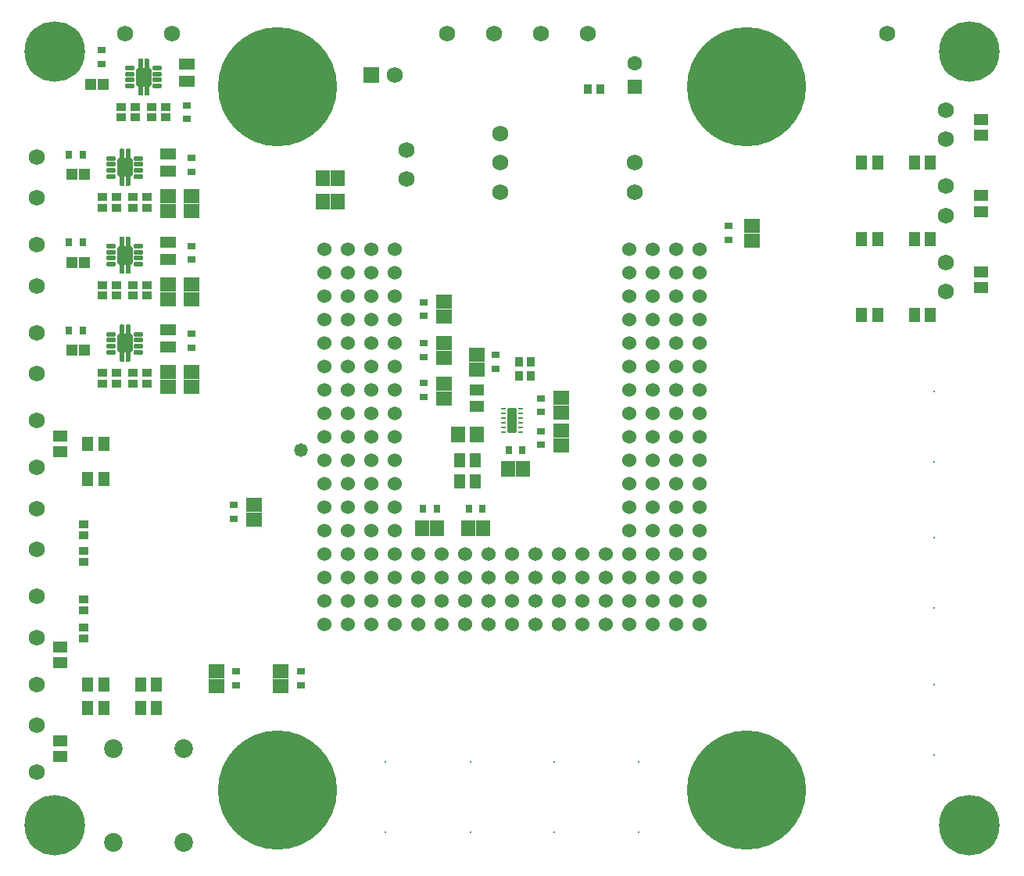
<source format=gbr>
%TF.GenerationSoftware,Altium Limited,Altium Designer,19.1.7 (138)*%
G04 Layer_Color=16711935*
%FSLAX26Y26*%
%MOIN*%
%TF.FileFunction,Soldermask,Bot*%
%TF.Part,Single*%
G01*
G75*
%TA.AperFunction,ComponentPad*%
%ADD20C,0.060000*%
%ADD21C,0.079559*%
%TA.AperFunction,ViaPad*%
%ADD28C,0.019685*%
%TA.AperFunction,SMDPad,CuDef*%
%ADD35R,0.035433X0.031496*%
%ADD36R,0.031496X0.035433*%
G04:AMPARAMS|DCode=37|XSize=39.37mil|YSize=104.331mil|CornerRadius=1.968mil|HoleSize=0mil|Usage=FLASHONLY|Rotation=180.000|XOffset=0mil|YOffset=0mil|HoleType=Round|Shape=RoundedRectangle|*
%AMROUNDEDRECTD37*
21,1,0.039370,0.100394,0,0,180.0*
21,1,0.035433,0.104331,0,0,180.0*
1,1,0.003937,-0.017717,0.050197*
1,1,0.003937,0.017717,0.050197*
1,1,0.003937,0.017717,-0.050197*
1,1,0.003937,-0.017717,-0.050197*
%
%ADD37ROUNDEDRECTD37*%
G04:AMPARAMS|DCode=38|XSize=19.685mil|YSize=9.842mil|CornerRadius=1.968mil|HoleSize=0mil|Usage=FLASHONLY|Rotation=180.000|XOffset=0mil|YOffset=0mil|HoleType=Round|Shape=RoundedRectangle|*
%AMROUNDEDRECTD38*
21,1,0.019685,0.005906,0,0,180.0*
21,1,0.015748,0.009842,0,0,180.0*
1,1,0.003937,-0.007874,0.002953*
1,1,0.003937,0.007874,0.002953*
1,1,0.003937,0.007874,-0.002953*
1,1,0.003937,-0.007874,-0.002953*
%
%ADD38ROUNDEDRECTD38*%
%ADD54R,0.051307X0.063118*%
%ADD55R,0.063118X0.051307*%
G04:AMPARAMS|DCode=56|XSize=21.779mil|YSize=41.465mil|CornerRadius=5.998mil|HoleSize=0mil|Usage=FLASHONLY|Rotation=90.000|XOffset=0mil|YOffset=0mil|HoleType=Round|Shape=RoundedRectangle|*
%AMROUNDEDRECTD56*
21,1,0.021779,0.029469,0,0,90.0*
21,1,0.009784,0.041465,0,0,90.0*
1,1,0.011996,0.014734,0.004892*
1,1,0.011996,0.014734,-0.004892*
1,1,0.011996,-0.014734,-0.004892*
1,1,0.011996,-0.014734,0.004892*
%
%ADD56ROUNDEDRECTD56*%
G04:AMPARAMS|DCode=57|XSize=76.898mil|YSize=67.055mil|CornerRadius=6.067mil|HoleSize=0mil|Usage=FLASHONLY|Rotation=90.000|XOffset=0mil|YOffset=0mil|HoleType=Round|Shape=RoundedRectangle|*
%AMROUNDEDRECTD57*
21,1,0.076898,0.054921,0,0,90.0*
21,1,0.064764,0.067055,0,0,90.0*
1,1,0.012134,0.027461,0.032382*
1,1,0.012134,0.027461,-0.032382*
1,1,0.012134,-0.027461,-0.032382*
1,1,0.012134,-0.027461,0.032382*
%
%ADD57ROUNDEDRECTD57*%
%ADD58R,0.065087X0.059181*%
%ADD59R,0.049339X0.049339*%
%ADD60R,0.041465X0.035559*%
%ADD61R,0.065087X0.049339*%
%ADD62R,0.061150X0.069024*%
%ADD63R,0.037528X0.041465*%
%ADD64R,0.039496X0.035559*%
%ADD65R,0.059181X0.065087*%
%TA.AperFunction,ComponentPad*%
%ADD66C,0.069024*%
%ADD67C,0.011937*%
%ADD68R,0.069024X0.069024*%
%ADD69C,0.063118*%
%ADD70R,0.063118X0.063118*%
%TA.AperFunction,ViaPad*%
%ADD71C,0.258000*%
%ADD72C,0.058000*%
%ADD73C,0.508000*%
G36*
X1443240Y3174526D02*
X1443754Y3174423D01*
X1444251Y3174255D01*
X1444721Y3174023D01*
X1445157Y3173731D01*
X1445551Y3173386D01*
X1445897Y3172992D01*
X1446188Y3172555D01*
X1446420Y3172085D01*
X1446589Y3171589D01*
X1446691Y3171074D01*
X1446725Y3170551D01*
Y3130197D01*
X1446691Y3129674D01*
X1446589Y3129159D01*
X1446420Y3128663D01*
X1446188Y3128193D01*
X1445897Y3127757D01*
X1445551Y3127362D01*
X1445157Y3127017D01*
X1444721Y3126725D01*
X1444251Y3126493D01*
X1443754Y3126325D01*
X1443240Y3126223D01*
X1442716Y3126188D01*
X1431693D01*
X1431170Y3126223D01*
X1430655Y3126325D01*
X1430159Y3126493D01*
X1429689Y3126725D01*
X1429253Y3127017D01*
X1428858Y3127362D01*
X1428513Y3127757D01*
X1428221Y3128193D01*
X1427989Y3128663D01*
X1427821Y3129159D01*
X1427719Y3129674D01*
X1427684Y3130197D01*
Y3170551D01*
X1427719Y3171074D01*
X1427821Y3171589D01*
X1427989Y3172085D01*
X1428221Y3172555D01*
X1428513Y3172992D01*
X1428858Y3173386D01*
X1429253Y3173731D01*
X1429689Y3174023D01*
X1430159Y3174255D01*
X1430655Y3174423D01*
X1431170Y3174526D01*
X1431693Y3174560D01*
X1442716D01*
X1443240Y3174526D01*
D02*
G37*
G36*
X1468830D02*
X1469345Y3174423D01*
X1469841Y3174255D01*
X1470311Y3174023D01*
X1470747Y3173731D01*
X1471142Y3173386D01*
X1471487Y3172992D01*
X1471779Y3172555D01*
X1472011Y3172085D01*
X1472179Y3171589D01*
X1472281Y3171074D01*
X1472316Y3170551D01*
Y3130197D01*
X1472281Y3129674D01*
X1472179Y3129159D01*
X1472011Y3128663D01*
X1471779Y3128193D01*
X1471487Y3127757D01*
X1471142Y3127362D01*
X1470747Y3127017D01*
X1470311Y3126725D01*
X1469841Y3126493D01*
X1469345Y3126325D01*
X1468830Y3126223D01*
X1468307Y3126188D01*
X1457284D01*
X1456760Y3126223D01*
X1456246Y3126325D01*
X1455749Y3126493D01*
X1455279Y3126725D01*
X1454843Y3127017D01*
X1454449Y3127362D01*
X1454103Y3127757D01*
X1453812Y3128193D01*
X1453580Y3128663D01*
X1453411Y3129159D01*
X1453309Y3129674D01*
X1453275Y3130197D01*
Y3170551D01*
X1453309Y3171074D01*
X1453411Y3171589D01*
X1453580Y3172085D01*
X1453812Y3172555D01*
X1454103Y3172992D01*
X1454449Y3173386D01*
X1454843Y3173731D01*
X1455279Y3174023D01*
X1455749Y3174255D01*
X1456246Y3174423D01*
X1456760Y3174526D01*
X1457284Y3174560D01*
X1468307D01*
X1468830Y3174526D01*
D02*
G37*
G36*
Y3283777D02*
X1469345Y3283675D01*
X1469841Y3283507D01*
X1470311Y3283275D01*
X1470747Y3282983D01*
X1471142Y3282638D01*
X1471487Y3282243D01*
X1471779Y3281807D01*
X1472011Y3281337D01*
X1472179Y3280841D01*
X1472281Y3280326D01*
X1472316Y3279803D01*
Y3239449D01*
X1472281Y3238926D01*
X1472179Y3238411D01*
X1472011Y3237915D01*
X1471779Y3237445D01*
X1471487Y3237008D01*
X1471142Y3236614D01*
X1470747Y3236269D01*
X1470311Y3235977D01*
X1469841Y3235745D01*
X1469345Y3235577D01*
X1468830Y3235474D01*
X1468307Y3235440D01*
X1457284D01*
X1456760Y3235474D01*
X1456246Y3235577D01*
X1455749Y3235745D01*
X1455279Y3235977D01*
X1454843Y3236269D01*
X1454449Y3236614D01*
X1454103Y3237008D01*
X1453812Y3237445D01*
X1453580Y3237915D01*
X1453411Y3238411D01*
X1453309Y3238926D01*
X1453275Y3239449D01*
Y3279803D01*
X1453309Y3280326D01*
X1453411Y3280841D01*
X1453580Y3281337D01*
X1453812Y3281807D01*
X1454103Y3282243D01*
X1454449Y3282638D01*
X1454843Y3282983D01*
X1455279Y3283275D01*
X1455749Y3283507D01*
X1456246Y3283675D01*
X1456760Y3283777D01*
X1457284Y3283812D01*
X1468307D01*
X1468830Y3283777D01*
D02*
G37*
G36*
X1443240D02*
X1443754Y3283675D01*
X1444251Y3283507D01*
X1444721Y3283275D01*
X1445157Y3282983D01*
X1445551Y3282638D01*
X1445897Y3282243D01*
X1446188Y3281807D01*
X1446420Y3281337D01*
X1446589Y3280841D01*
X1446691Y3280326D01*
X1446725Y3279803D01*
Y3239449D01*
X1446691Y3238926D01*
X1446589Y3238411D01*
X1446420Y3237915D01*
X1446188Y3237445D01*
X1445897Y3237008D01*
X1445551Y3236614D01*
X1445157Y3236269D01*
X1444721Y3235977D01*
X1444251Y3235745D01*
X1443754Y3235577D01*
X1443240Y3235474D01*
X1442716Y3235440D01*
X1431693D01*
X1431170Y3235474D01*
X1430655Y3235577D01*
X1430159Y3235745D01*
X1429689Y3235977D01*
X1429253Y3236269D01*
X1428858Y3236614D01*
X1428513Y3237008D01*
X1428221Y3237445D01*
X1427989Y3237915D01*
X1427821Y3238411D01*
X1427719Y3238926D01*
X1427684Y3239449D01*
Y3279803D01*
X1427719Y3280326D01*
X1427821Y3280841D01*
X1427989Y3281337D01*
X1428221Y3281807D01*
X1428513Y3282243D01*
X1428858Y3282638D01*
X1429253Y3282983D01*
X1429689Y3283275D01*
X1430159Y3283507D01*
X1430655Y3283675D01*
X1431170Y3283777D01*
X1431693Y3283812D01*
X1442716D01*
X1443240Y3283777D01*
D02*
G37*
G36*
X1468830Y3549526D02*
X1469345Y3549423D01*
X1469841Y3549255D01*
X1470311Y3549023D01*
X1470747Y3548731D01*
X1471142Y3548386D01*
X1471487Y3547992D01*
X1471779Y3547555D01*
X1472011Y3547085D01*
X1472179Y3546589D01*
X1472281Y3546074D01*
X1472316Y3545551D01*
Y3505197D01*
X1472281Y3504674D01*
X1472179Y3504159D01*
X1472011Y3503663D01*
X1471779Y3503193D01*
X1471487Y3502757D01*
X1471142Y3502362D01*
X1470747Y3502017D01*
X1470311Y3501725D01*
X1469841Y3501493D01*
X1469345Y3501325D01*
X1468830Y3501223D01*
X1468307Y3501188D01*
X1457284D01*
X1456760Y3501223D01*
X1456246Y3501325D01*
X1455749Y3501493D01*
X1455279Y3501725D01*
X1454843Y3502017D01*
X1454449Y3502362D01*
X1454103Y3502757D01*
X1453812Y3503193D01*
X1453580Y3503663D01*
X1453411Y3504159D01*
X1453309Y3504674D01*
X1453275Y3505197D01*
Y3545551D01*
X1453309Y3546074D01*
X1453411Y3546589D01*
X1453580Y3547085D01*
X1453812Y3547555D01*
X1454103Y3547992D01*
X1454449Y3548386D01*
X1454843Y3548731D01*
X1455279Y3549023D01*
X1455749Y3549255D01*
X1456246Y3549423D01*
X1456760Y3549526D01*
X1457284Y3549560D01*
X1468307D01*
X1468830Y3549526D01*
D02*
G37*
G36*
X1443240D02*
X1443754Y3549423D01*
X1444251Y3549255D01*
X1444721Y3549023D01*
X1445157Y3548731D01*
X1445551Y3548386D01*
X1445897Y3547992D01*
X1446188Y3547555D01*
X1446420Y3547085D01*
X1446589Y3546589D01*
X1446691Y3546074D01*
X1446725Y3545551D01*
Y3505197D01*
X1446691Y3504674D01*
X1446589Y3504159D01*
X1446420Y3503663D01*
X1446188Y3503193D01*
X1445897Y3502757D01*
X1445551Y3502362D01*
X1445157Y3502017D01*
X1444721Y3501725D01*
X1444251Y3501493D01*
X1443754Y3501325D01*
X1443240Y3501223D01*
X1442716Y3501188D01*
X1431693D01*
X1431170Y3501223D01*
X1430655Y3501325D01*
X1430159Y3501493D01*
X1429689Y3501725D01*
X1429253Y3502017D01*
X1428858Y3502362D01*
X1428513Y3502757D01*
X1428221Y3503193D01*
X1427989Y3503663D01*
X1427821Y3504159D01*
X1427719Y3504674D01*
X1427684Y3505197D01*
Y3545551D01*
X1427719Y3546074D01*
X1427821Y3546589D01*
X1427989Y3547085D01*
X1428221Y3547555D01*
X1428513Y3547992D01*
X1428858Y3548386D01*
X1429253Y3548731D01*
X1429689Y3549023D01*
X1430159Y3549255D01*
X1430655Y3549423D01*
X1431170Y3549526D01*
X1431693Y3549560D01*
X1442716D01*
X1443240Y3549526D01*
D02*
G37*
G36*
Y3658777D02*
X1443754Y3658675D01*
X1444251Y3658507D01*
X1444721Y3658275D01*
X1445157Y3657983D01*
X1445551Y3657638D01*
X1445897Y3657243D01*
X1446188Y3656807D01*
X1446420Y3656337D01*
X1446589Y3655841D01*
X1446691Y3655326D01*
X1446725Y3654803D01*
Y3614449D01*
X1446691Y3613926D01*
X1446589Y3613411D01*
X1446420Y3612915D01*
X1446188Y3612445D01*
X1445897Y3612008D01*
X1445551Y3611614D01*
X1445157Y3611269D01*
X1444721Y3610977D01*
X1444251Y3610745D01*
X1443754Y3610577D01*
X1443240Y3610474D01*
X1442716Y3610440D01*
X1431693D01*
X1431170Y3610474D01*
X1430655Y3610577D01*
X1430159Y3610745D01*
X1429689Y3610977D01*
X1429253Y3611269D01*
X1428858Y3611614D01*
X1428513Y3612008D01*
X1428221Y3612445D01*
X1427989Y3612915D01*
X1427821Y3613411D01*
X1427719Y3613926D01*
X1427684Y3614449D01*
Y3654803D01*
X1427719Y3655326D01*
X1427821Y3655841D01*
X1427989Y3656337D01*
X1428221Y3656807D01*
X1428513Y3657243D01*
X1428858Y3657638D01*
X1429253Y3657983D01*
X1429689Y3658275D01*
X1430159Y3658507D01*
X1430655Y3658675D01*
X1431170Y3658777D01*
X1431693Y3658812D01*
X1442716D01*
X1443240Y3658777D01*
D02*
G37*
G36*
X1468830D02*
X1469345Y3658675D01*
X1469841Y3658507D01*
X1470311Y3658275D01*
X1470747Y3657983D01*
X1471142Y3657638D01*
X1471487Y3657243D01*
X1471779Y3656807D01*
X1472011Y3656337D01*
X1472179Y3655841D01*
X1472281Y3655326D01*
X1472316Y3654803D01*
Y3614449D01*
X1472281Y3613926D01*
X1472179Y3613411D01*
X1472011Y3612915D01*
X1471779Y3612445D01*
X1471487Y3612008D01*
X1471142Y3611614D01*
X1470747Y3611269D01*
X1470311Y3610977D01*
X1469841Y3610745D01*
X1469345Y3610577D01*
X1468830Y3610474D01*
X1468307Y3610440D01*
X1457284D01*
X1456760Y3610474D01*
X1456246Y3610577D01*
X1455749Y3610745D01*
X1455279Y3610977D01*
X1454843Y3611269D01*
X1454449Y3611614D01*
X1454103Y3612008D01*
X1453812Y3612445D01*
X1453580Y3612915D01*
X1453411Y3613411D01*
X1453309Y3613926D01*
X1453275Y3614449D01*
Y3654803D01*
X1453309Y3655326D01*
X1453411Y3655841D01*
X1453580Y3656337D01*
X1453812Y3656807D01*
X1454103Y3657243D01*
X1454449Y3657638D01*
X1454843Y3657983D01*
X1455279Y3658275D01*
X1455749Y3658507D01*
X1456246Y3658675D01*
X1456760Y3658777D01*
X1457284Y3658812D01*
X1468307D01*
X1468830Y3658777D01*
D02*
G37*
G36*
Y3924526D02*
X1469345Y3924423D01*
X1469841Y3924255D01*
X1470311Y3924023D01*
X1470747Y3923731D01*
X1471142Y3923386D01*
X1471487Y3922992D01*
X1471779Y3922555D01*
X1472011Y3922085D01*
X1472179Y3921589D01*
X1472281Y3921074D01*
X1472316Y3920551D01*
Y3880197D01*
X1472281Y3879674D01*
X1472179Y3879159D01*
X1472011Y3878663D01*
X1471779Y3878193D01*
X1471487Y3877757D01*
X1471142Y3877362D01*
X1470747Y3877017D01*
X1470311Y3876725D01*
X1469841Y3876493D01*
X1469345Y3876325D01*
X1468830Y3876223D01*
X1468307Y3876188D01*
X1457284D01*
X1456760Y3876223D01*
X1456246Y3876325D01*
X1455749Y3876493D01*
X1455279Y3876725D01*
X1454843Y3877017D01*
X1454449Y3877362D01*
X1454103Y3877757D01*
X1453812Y3878193D01*
X1453580Y3878663D01*
X1453411Y3879159D01*
X1453309Y3879674D01*
X1453275Y3880197D01*
Y3920551D01*
X1453309Y3921074D01*
X1453411Y3921589D01*
X1453580Y3922085D01*
X1453812Y3922555D01*
X1454103Y3922992D01*
X1454449Y3923386D01*
X1454843Y3923731D01*
X1455279Y3924023D01*
X1455749Y3924255D01*
X1456246Y3924423D01*
X1456760Y3924526D01*
X1457284Y3924560D01*
X1468307D01*
X1468830Y3924526D01*
D02*
G37*
G36*
X1443240D02*
X1443754Y3924423D01*
X1444251Y3924255D01*
X1444721Y3924023D01*
X1445157Y3923731D01*
X1445551Y3923386D01*
X1445897Y3922992D01*
X1446188Y3922555D01*
X1446420Y3922085D01*
X1446589Y3921589D01*
X1446691Y3921074D01*
X1446725Y3920551D01*
Y3880197D01*
X1446691Y3879674D01*
X1446589Y3879159D01*
X1446420Y3878663D01*
X1446188Y3878193D01*
X1445897Y3877757D01*
X1445551Y3877362D01*
X1445157Y3877017D01*
X1444721Y3876725D01*
X1444251Y3876493D01*
X1443754Y3876325D01*
X1443240Y3876223D01*
X1442716Y3876188D01*
X1431693D01*
X1431170Y3876223D01*
X1430655Y3876325D01*
X1430159Y3876493D01*
X1429689Y3876725D01*
X1429253Y3877017D01*
X1428858Y3877362D01*
X1428513Y3877757D01*
X1428221Y3878193D01*
X1427989Y3878663D01*
X1427821Y3879159D01*
X1427719Y3879674D01*
X1427684Y3880197D01*
Y3920551D01*
X1427719Y3921074D01*
X1427821Y3921589D01*
X1427989Y3922085D01*
X1428221Y3922555D01*
X1428513Y3922992D01*
X1428858Y3923386D01*
X1429253Y3923731D01*
X1429689Y3924023D01*
X1430159Y3924255D01*
X1430655Y3924423D01*
X1431170Y3924526D01*
X1431693Y3924560D01*
X1442716D01*
X1443240Y3924526D01*
D02*
G37*
G36*
Y4033777D02*
X1443754Y4033675D01*
X1444251Y4033507D01*
X1444721Y4033275D01*
X1445157Y4032983D01*
X1445551Y4032638D01*
X1445897Y4032243D01*
X1446188Y4031807D01*
X1446420Y4031337D01*
X1446589Y4030841D01*
X1446691Y4030326D01*
X1446725Y4029803D01*
Y3989449D01*
X1446691Y3988926D01*
X1446589Y3988411D01*
X1446420Y3987915D01*
X1446188Y3987445D01*
X1445897Y3987008D01*
X1445551Y3986614D01*
X1445157Y3986269D01*
X1444721Y3985977D01*
X1444251Y3985745D01*
X1443754Y3985577D01*
X1443240Y3985474D01*
X1442716Y3985440D01*
X1431693D01*
X1431170Y3985474D01*
X1430655Y3985577D01*
X1430159Y3985745D01*
X1429689Y3985977D01*
X1429253Y3986269D01*
X1428858Y3986614D01*
X1428513Y3987008D01*
X1428221Y3987445D01*
X1427989Y3987915D01*
X1427821Y3988411D01*
X1427719Y3988926D01*
X1427684Y3989449D01*
Y4029803D01*
X1427719Y4030326D01*
X1427821Y4030841D01*
X1427989Y4031337D01*
X1428221Y4031807D01*
X1428513Y4032243D01*
X1428858Y4032638D01*
X1429253Y4032983D01*
X1429689Y4033275D01*
X1430159Y4033507D01*
X1430655Y4033675D01*
X1431170Y4033777D01*
X1431693Y4033812D01*
X1442716D01*
X1443240Y4033777D01*
D02*
G37*
G36*
X1468830D02*
X1469345Y4033675D01*
X1469841Y4033507D01*
X1470311Y4033275D01*
X1470747Y4032983D01*
X1471142Y4032638D01*
X1471487Y4032243D01*
X1471779Y4031807D01*
X1472011Y4031337D01*
X1472179Y4030841D01*
X1472281Y4030326D01*
X1472316Y4029803D01*
Y3989449D01*
X1472281Y3988926D01*
X1472179Y3988411D01*
X1472011Y3987915D01*
X1471779Y3987445D01*
X1471487Y3987008D01*
X1471142Y3986614D01*
X1470747Y3986269D01*
X1470311Y3985977D01*
X1469841Y3985745D01*
X1469345Y3985577D01*
X1468830Y3985474D01*
X1468307Y3985440D01*
X1457284D01*
X1456760Y3985474D01*
X1456246Y3985577D01*
X1455749Y3985745D01*
X1455279Y3985977D01*
X1454843Y3986269D01*
X1454449Y3986614D01*
X1454103Y3987008D01*
X1453812Y3987445D01*
X1453580Y3987915D01*
X1453411Y3988411D01*
X1453309Y3988926D01*
X1453275Y3989449D01*
Y4029803D01*
X1453309Y4030326D01*
X1453411Y4030841D01*
X1453580Y4031337D01*
X1453812Y4031807D01*
X1454103Y4032243D01*
X1454449Y4032638D01*
X1454843Y4032983D01*
X1455279Y4033275D01*
X1455749Y4033507D01*
X1456246Y4033675D01*
X1456760Y4033777D01*
X1457284Y4033812D01*
X1468307D01*
X1468830Y4033777D01*
D02*
G37*
G36*
X1548830Y4309525D02*
X1549345Y4309423D01*
X1549841Y4309255D01*
X1550311Y4309023D01*
X1550747Y4308731D01*
X1551142Y4308386D01*
X1551487Y4307992D01*
X1551779Y4307556D01*
X1552011Y4307085D01*
X1552179Y4306589D01*
X1552281Y4306074D01*
X1552316Y4305551D01*
Y4265197D01*
X1552281Y4264674D01*
X1552179Y4264159D01*
X1552011Y4263663D01*
X1551779Y4263193D01*
X1551487Y4262757D01*
X1551142Y4262362D01*
X1550747Y4262017D01*
X1550311Y4261725D01*
X1549841Y4261493D01*
X1549345Y4261325D01*
X1548830Y4261223D01*
X1548307Y4261188D01*
X1537284D01*
X1536760Y4261223D01*
X1536246Y4261325D01*
X1535749Y4261493D01*
X1535279Y4261725D01*
X1534843Y4262017D01*
X1534449Y4262362D01*
X1534103Y4262757D01*
X1533812Y4263193D01*
X1533580Y4263663D01*
X1533411Y4264159D01*
X1533309Y4264674D01*
X1533275Y4265197D01*
Y4305551D01*
X1533309Y4306074D01*
X1533411Y4306589D01*
X1533580Y4307085D01*
X1533812Y4307556D01*
X1534103Y4307992D01*
X1534449Y4308386D01*
X1534843Y4308731D01*
X1535279Y4309023D01*
X1535749Y4309255D01*
X1536246Y4309423D01*
X1536760Y4309525D01*
X1537284Y4309560D01*
X1548307D01*
X1548830Y4309525D01*
D02*
G37*
G36*
X1523240D02*
X1523754Y4309423D01*
X1524251Y4309255D01*
X1524721Y4309023D01*
X1525157Y4308731D01*
X1525551Y4308386D01*
X1525897Y4307992D01*
X1526188Y4307556D01*
X1526420Y4307085D01*
X1526589Y4306589D01*
X1526691Y4306074D01*
X1526725Y4305551D01*
Y4265197D01*
X1526691Y4264674D01*
X1526589Y4264159D01*
X1526420Y4263663D01*
X1526188Y4263193D01*
X1525897Y4262757D01*
X1525551Y4262362D01*
X1525157Y4262017D01*
X1524721Y4261725D01*
X1524251Y4261493D01*
X1523754Y4261325D01*
X1523240Y4261223D01*
X1522716Y4261188D01*
X1511693D01*
X1511170Y4261223D01*
X1510655Y4261325D01*
X1510159Y4261493D01*
X1509689Y4261725D01*
X1509253Y4262017D01*
X1508858Y4262362D01*
X1508513Y4262757D01*
X1508221Y4263193D01*
X1507989Y4263663D01*
X1507821Y4264159D01*
X1507719Y4264674D01*
X1507684Y4265197D01*
Y4305551D01*
X1507719Y4306074D01*
X1507821Y4306589D01*
X1507989Y4307085D01*
X1508221Y4307556D01*
X1508513Y4307992D01*
X1508858Y4308386D01*
X1509253Y4308731D01*
X1509689Y4309023D01*
X1510159Y4309255D01*
X1510655Y4309423D01*
X1511170Y4309525D01*
X1511693Y4309560D01*
X1522716D01*
X1523240Y4309525D01*
D02*
G37*
G36*
X1548830Y4418777D02*
X1549345Y4418675D01*
X1549841Y4418507D01*
X1550311Y4418275D01*
X1550747Y4417983D01*
X1551142Y4417638D01*
X1551487Y4417243D01*
X1551779Y4416807D01*
X1552011Y4416337D01*
X1552179Y4415841D01*
X1552281Y4415326D01*
X1552316Y4414803D01*
Y4374449D01*
X1552281Y4373926D01*
X1552179Y4373411D01*
X1552011Y4372915D01*
X1551779Y4372444D01*
X1551487Y4372008D01*
X1551142Y4371614D01*
X1550747Y4371269D01*
X1550311Y4370977D01*
X1549841Y4370745D01*
X1549345Y4370577D01*
X1548830Y4370475D01*
X1548307Y4370440D01*
X1537284D01*
X1536760Y4370475D01*
X1536246Y4370577D01*
X1535749Y4370745D01*
X1535279Y4370977D01*
X1534843Y4371269D01*
X1534449Y4371614D01*
X1534103Y4372008D01*
X1533812Y4372444D01*
X1533580Y4372915D01*
X1533411Y4373411D01*
X1533309Y4373926D01*
X1533275Y4374449D01*
Y4414803D01*
X1533309Y4415326D01*
X1533411Y4415841D01*
X1533580Y4416337D01*
X1533812Y4416807D01*
X1534103Y4417243D01*
X1534449Y4417638D01*
X1534843Y4417983D01*
X1535279Y4418275D01*
X1535749Y4418507D01*
X1536246Y4418675D01*
X1536760Y4418777D01*
X1537284Y4418812D01*
X1548307D01*
X1548830Y4418777D01*
D02*
G37*
G36*
X1523240D02*
X1523754Y4418675D01*
X1524251Y4418507D01*
X1524721Y4418275D01*
X1525157Y4417983D01*
X1525551Y4417638D01*
X1525897Y4417243D01*
X1526188Y4416807D01*
X1526420Y4416337D01*
X1526589Y4415841D01*
X1526691Y4415326D01*
X1526725Y4414803D01*
Y4374449D01*
X1526691Y4373926D01*
X1526589Y4373411D01*
X1526420Y4372915D01*
X1526188Y4372444D01*
X1525897Y4372008D01*
X1525551Y4371614D01*
X1525157Y4371269D01*
X1524721Y4370977D01*
X1524251Y4370745D01*
X1523754Y4370577D01*
X1523240Y4370475D01*
X1522716Y4370440D01*
X1511693D01*
X1511170Y4370475D01*
X1510655Y4370577D01*
X1510159Y4370745D01*
X1509689Y4370977D01*
X1509253Y4371269D01*
X1508858Y4371614D01*
X1508513Y4372008D01*
X1508221Y4372444D01*
X1507989Y4372915D01*
X1507821Y4373411D01*
X1507719Y4373926D01*
X1507684Y4374449D01*
Y4414803D01*
X1507719Y4415326D01*
X1507821Y4415841D01*
X1507989Y4416337D01*
X1508221Y4416807D01*
X1508513Y4417243D01*
X1508858Y4417638D01*
X1509253Y4417983D01*
X1509689Y4418275D01*
X1510159Y4418507D01*
X1510655Y4418675D01*
X1511170Y4418777D01*
X1511693Y4418812D01*
X1522716D01*
X1523240Y4418777D01*
D02*
G37*
D20*
X2300000Y2005000D02*
D03*
X2500000D02*
D03*
X2400000Y2105000D02*
D03*
Y2005000D02*
D03*
X2300000Y2105000D02*
D03*
Y2205000D02*
D03*
X2400000D02*
D03*
Y2305000D02*
D03*
X2500000D02*
D03*
X2300000Y2405000D02*
D03*
Y2505000D02*
D03*
Y2305000D02*
D03*
X2400000Y2505000D02*
D03*
Y2405000D02*
D03*
X2600000Y2005000D02*
D03*
Y2105000D02*
D03*
X2700000Y2005000D02*
D03*
X3000000D02*
D03*
X2800000D02*
D03*
X2900000D02*
D03*
X2500000Y2105000D02*
D03*
Y2205000D02*
D03*
X2700000Y2105000D02*
D03*
X2600000Y2205000D02*
D03*
X2700000D02*
D03*
X2500000Y2405000D02*
D03*
Y2505000D02*
D03*
X2600000Y2305000D02*
D03*
Y2505000D02*
D03*
Y2405000D02*
D03*
X2800000Y2105000D02*
D03*
Y2205000D02*
D03*
X2900000Y2105000D02*
D03*
Y2205000D02*
D03*
X3000000Y2105000D02*
D03*
X2800000Y2305000D02*
D03*
X2700000D02*
D03*
X3000000Y2205000D02*
D03*
X2900000Y2305000D02*
D03*
X3000000D02*
D03*
X2300000Y2605000D02*
D03*
Y2805000D02*
D03*
Y2705000D02*
D03*
Y2905000D02*
D03*
Y3105000D02*
D03*
Y3005000D02*
D03*
Y3505000D02*
D03*
Y3605000D02*
D03*
Y3205000D02*
D03*
Y3405000D02*
D03*
Y3305000D02*
D03*
X2400000Y2605000D02*
D03*
Y2705000D02*
D03*
X2500000Y2605000D02*
D03*
Y2705000D02*
D03*
X2400000Y2805000D02*
D03*
Y2905000D02*
D03*
X2500000Y2805000D02*
D03*
X2400000Y3105000D02*
D03*
Y3005000D02*
D03*
X2600000Y2705000D02*
D03*
X2500000Y2905000D02*
D03*
X2600000Y2605000D02*
D03*
Y2905000D02*
D03*
Y2805000D02*
D03*
X2500000Y3005000D02*
D03*
Y3105000D02*
D03*
X2600000Y3005000D02*
D03*
X2500000Y3205000D02*
D03*
X2600000Y3105000D02*
D03*
X2400000Y3305000D02*
D03*
Y3405000D02*
D03*
Y3205000D02*
D03*
X2500000Y3505000D02*
D03*
Y3305000D02*
D03*
X2400000Y3505000D02*
D03*
Y3605000D02*
D03*
X2500000D02*
D03*
X2600000Y3305000D02*
D03*
X2500000Y3405000D02*
D03*
X2600000Y3205000D02*
D03*
Y3505000D02*
D03*
Y3405000D02*
D03*
Y3605000D02*
D03*
X3200000Y2005000D02*
D03*
X3100000D02*
D03*
X3300000Y2105000D02*
D03*
Y2005000D02*
D03*
X3400000D02*
D03*
X3500000D02*
D03*
X3600000D02*
D03*
X3100000Y2105000D02*
D03*
Y2205000D02*
D03*
X3200000Y2105000D02*
D03*
Y2205000D02*
D03*
Y2305000D02*
D03*
X3100000D02*
D03*
X3300000Y2205000D02*
D03*
Y2305000D02*
D03*
X3400000D02*
D03*
Y2105000D02*
D03*
Y2205000D02*
D03*
X3500000Y2105000D02*
D03*
Y2205000D02*
D03*
X3600000Y2105000D02*
D03*
Y2305000D02*
D03*
X3500000D02*
D03*
X3600000Y2205000D02*
D03*
Y2505000D02*
D03*
Y2405000D02*
D03*
X3700000Y2005000D02*
D03*
Y2105000D02*
D03*
X3800000D02*
D03*
Y2005000D02*
D03*
X3900000D02*
D03*
X3700000Y2205000D02*
D03*
Y2305000D02*
D03*
X3800000Y2205000D02*
D03*
Y2305000D02*
D03*
X3900000Y2205000D02*
D03*
X3700000Y2405000D02*
D03*
Y2505000D02*
D03*
X3900000Y2305000D02*
D03*
X3800000Y2505000D02*
D03*
Y2405000D02*
D03*
X3900000Y2105000D02*
D03*
Y2405000D02*
D03*
X3600000Y2605000D02*
D03*
Y2705000D02*
D03*
X3700000D02*
D03*
Y2805000D02*
D03*
X3600000D02*
D03*
Y2905000D02*
D03*
X3700000D02*
D03*
X3600000Y3105000D02*
D03*
Y3005000D02*
D03*
X3800000Y2605000D02*
D03*
X3700000D02*
D03*
X3800000Y2705000D02*
D03*
Y2905000D02*
D03*
Y2805000D02*
D03*
X3700000Y3005000D02*
D03*
Y3105000D02*
D03*
X3800000Y3005000D02*
D03*
Y3205000D02*
D03*
Y3105000D02*
D03*
X3600000Y3205000D02*
D03*
Y3305000D02*
D03*
X3700000Y3405000D02*
D03*
X3600000D02*
D03*
Y3605000D02*
D03*
Y3505000D02*
D03*
X3700000Y3205000D02*
D03*
Y3305000D02*
D03*
X3800000D02*
D03*
X3700000Y3505000D02*
D03*
X3800000Y3405000D02*
D03*
X3700000Y3605000D02*
D03*
X3800000Y3505000D02*
D03*
Y3605000D02*
D03*
X3900000Y2505000D02*
D03*
Y2605000D02*
D03*
Y2705000D02*
D03*
Y2805000D02*
D03*
Y3005000D02*
D03*
Y2905000D02*
D03*
Y3105000D02*
D03*
Y3205000D02*
D03*
Y3405000D02*
D03*
Y3305000D02*
D03*
Y3505000D02*
D03*
Y3605000D02*
D03*
D21*
X1400000Y1475000D02*
D03*
Y1075000D02*
D03*
X1700000D02*
D03*
Y1475000D02*
D03*
D28*
X3100000Y2832677D02*
D03*
Y2875000D02*
D03*
Y2917323D02*
D03*
D35*
X2725000Y3379528D02*
D03*
Y3320472D02*
D03*
Y3204528D02*
D03*
Y3145472D02*
D03*
X1715000Y4160472D02*
D03*
Y4219528D02*
D03*
X1735000Y3994528D02*
D03*
Y3935472D02*
D03*
X3030000Y3154528D02*
D03*
Y3095472D02*
D03*
X1350000Y4454528D02*
D03*
Y4395472D02*
D03*
X1735000Y3619528D02*
D03*
Y3560472D02*
D03*
Y3244528D02*
D03*
Y3185472D02*
D03*
X1925000Y1804528D02*
D03*
Y1745473D02*
D03*
X3225000Y2969528D02*
D03*
Y2910472D02*
D03*
Y2829528D02*
D03*
Y2770472D02*
D03*
X2200000Y1745473D02*
D03*
Y1804528D02*
D03*
X4025000Y3645472D02*
D03*
Y3704527D02*
D03*
X1915000Y2514528D02*
D03*
Y2455472D02*
D03*
X2725000Y2975000D02*
D03*
Y3034055D02*
D03*
D36*
X2974528Y2500000D02*
D03*
X2915472D02*
D03*
X3085473Y2750000D02*
D03*
X3144528D02*
D03*
X1210472Y4010000D02*
D03*
X1269528D02*
D03*
X1210472Y3635000D02*
D03*
X1269528D02*
D03*
X1210472Y3260000D02*
D03*
X1269528D02*
D03*
X2779528Y2500000D02*
D03*
X2720473D02*
D03*
D37*
X3100000Y2875000D02*
D03*
D38*
X3062599Y2924213D02*
D03*
Y2904528D02*
D03*
Y2884843D02*
D03*
Y2865158D02*
D03*
Y2845472D02*
D03*
Y2825787D02*
D03*
X3137402D02*
D03*
Y2845472D02*
D03*
Y2865158D02*
D03*
Y2884843D02*
D03*
Y2904528D02*
D03*
Y2924213D02*
D03*
D54*
X4815551Y3975000D02*
D03*
X4884449D02*
D03*
X4590551D02*
D03*
X4659449D02*
D03*
X4590551Y3650000D02*
D03*
X4659449D02*
D03*
X4815551D02*
D03*
X4884449D02*
D03*
X2875551Y2705000D02*
D03*
X2944449D02*
D03*
Y2615000D02*
D03*
X2875551D02*
D03*
X1584449Y1750000D02*
D03*
X1515551D02*
D03*
Y1650000D02*
D03*
X1584449D02*
D03*
X1290551D02*
D03*
X1359449D02*
D03*
Y1750000D02*
D03*
X1290551D02*
D03*
Y2625000D02*
D03*
X1359449D02*
D03*
Y2775000D02*
D03*
X1290551D02*
D03*
X4659449Y3325000D02*
D03*
X4590551D02*
D03*
X4884449D02*
D03*
X4815551D02*
D03*
D55*
X2950000Y2935551D02*
D03*
Y3004449D02*
D03*
X1175000Y1840551D02*
D03*
Y1909449D02*
D03*
Y1509449D02*
D03*
Y1440551D02*
D03*
X5100000Y3834449D02*
D03*
Y3765551D02*
D03*
Y4159449D02*
D03*
Y4090551D02*
D03*
Y3509449D02*
D03*
Y3440551D02*
D03*
X1175000Y2740551D02*
D03*
Y2809449D02*
D03*
D56*
X1588071Y4378386D02*
D03*
Y4352795D02*
D03*
Y4327205D02*
D03*
Y4301614D02*
D03*
X1471929Y4378386D02*
D03*
Y4352795D02*
D03*
Y4327205D02*
D03*
Y4301614D02*
D03*
X1508071Y3993386D02*
D03*
Y3967795D02*
D03*
Y3942205D02*
D03*
Y3916614D02*
D03*
X1391929Y3993386D02*
D03*
Y3967795D02*
D03*
Y3942205D02*
D03*
Y3916614D02*
D03*
X1508071Y3618386D02*
D03*
Y3592795D02*
D03*
Y3567205D02*
D03*
Y3541614D02*
D03*
X1391929Y3618386D02*
D03*
Y3592795D02*
D03*
Y3567205D02*
D03*
Y3541614D02*
D03*
X1508071Y3243386D02*
D03*
Y3217795D02*
D03*
Y3192205D02*
D03*
Y3166614D02*
D03*
X1391929Y3243386D02*
D03*
Y3217795D02*
D03*
Y3192205D02*
D03*
Y3166614D02*
D03*
D57*
X1530000Y4340000D02*
D03*
X1450000Y3955000D02*
D03*
Y3580000D02*
D03*
Y3205000D02*
D03*
D58*
X1735000Y3768504D02*
D03*
Y3831496D02*
D03*
X1635000Y3768504D02*
D03*
Y3831496D02*
D03*
X1735000Y3393504D02*
D03*
Y3456496D02*
D03*
X1635000Y3393504D02*
D03*
Y3456496D02*
D03*
X1735000Y3018504D02*
D03*
Y3081496D02*
D03*
X1635000Y3018504D02*
D03*
Y3081496D02*
D03*
X1840000Y1806496D02*
D03*
Y1743504D02*
D03*
X2950000Y3156496D02*
D03*
Y3093504D02*
D03*
X3310000Y2971496D02*
D03*
Y2908504D02*
D03*
Y2831496D02*
D03*
Y2768504D02*
D03*
X2115000Y1743504D02*
D03*
Y1806496D02*
D03*
X4125000Y3643504D02*
D03*
Y3706496D02*
D03*
X2000000Y2516496D02*
D03*
Y2453504D02*
D03*
X2810000Y3381496D02*
D03*
Y3318504D02*
D03*
Y3206496D02*
D03*
Y3143504D02*
D03*
Y2968504D02*
D03*
Y3031496D02*
D03*
D59*
X1276575Y3925000D02*
D03*
X1223425D02*
D03*
X1276575Y3550000D02*
D03*
X1223425D02*
D03*
X1276575Y3175000D02*
D03*
X1223425D02*
D03*
X1303425Y4310000D02*
D03*
X1356575D02*
D03*
D60*
X1355000Y3827638D02*
D03*
Y3782362D02*
D03*
X1545000Y3827638D02*
D03*
Y3782362D02*
D03*
X1415000Y3827638D02*
D03*
Y3782362D02*
D03*
X1485000D02*
D03*
Y3827638D02*
D03*
X1355000Y3452638D02*
D03*
Y3407362D02*
D03*
X1545000Y3452638D02*
D03*
Y3407362D02*
D03*
X1415000Y3452638D02*
D03*
Y3407362D02*
D03*
X1485000D02*
D03*
Y3452638D02*
D03*
X1355000Y3077638D02*
D03*
Y3032362D02*
D03*
X1545000Y3077638D02*
D03*
Y3032362D02*
D03*
X1415000Y3077638D02*
D03*
Y3032362D02*
D03*
X1485000D02*
D03*
Y3077638D02*
D03*
X1565000Y4167362D02*
D03*
Y4212638D02*
D03*
X1495000D02*
D03*
Y4167362D02*
D03*
X1625000Y4212638D02*
D03*
Y4167362D02*
D03*
X1435000Y4212638D02*
D03*
Y4167362D02*
D03*
D61*
X1635000Y4011417D02*
D03*
Y3938583D02*
D03*
Y3636417D02*
D03*
Y3563583D02*
D03*
Y3261417D02*
D03*
Y3188583D02*
D03*
X1715000Y4396417D02*
D03*
Y4323583D02*
D03*
D62*
X2949370Y2815000D02*
D03*
X2870630D02*
D03*
D63*
X3475590Y4290000D02*
D03*
X3424409D02*
D03*
X3130000Y3125000D02*
D03*
X3181181D02*
D03*
X3130000Y3065000D02*
D03*
X3181181D02*
D03*
D64*
X1275000Y2433622D02*
D03*
Y2386378D02*
D03*
Y2271378D02*
D03*
Y2318622D02*
D03*
X1275000Y2066378D02*
D03*
Y2113622D02*
D03*
Y1946378D02*
D03*
Y1993622D02*
D03*
D65*
X2976496Y2415000D02*
D03*
X2913504D02*
D03*
X2781496Y2415000D02*
D03*
X2718504D02*
D03*
X3146496Y2670000D02*
D03*
X3083504D02*
D03*
X2356496Y3810000D02*
D03*
X2293504D02*
D03*
X2356496Y3910000D02*
D03*
X2293504D02*
D03*
D66*
X1075000Y2125000D02*
D03*
Y1950000D02*
D03*
Y2325000D02*
D03*
X4950000Y3550000D02*
D03*
X1075000Y3825000D02*
D03*
Y4000000D02*
D03*
Y3450000D02*
D03*
Y3625000D02*
D03*
Y3075000D02*
D03*
Y3250000D02*
D03*
X3425000Y4525000D02*
D03*
X2600000Y4350000D02*
D03*
X1075000Y2500000D02*
D03*
X1450000Y4525000D02*
D03*
X1075000Y1750000D02*
D03*
Y1375000D02*
D03*
Y1575000D02*
D03*
X4950000Y3750000D02*
D03*
Y3875000D02*
D03*
Y4075000D02*
D03*
Y4200000D02*
D03*
Y3425000D02*
D03*
X1075000Y2875000D02*
D03*
Y2675000D02*
D03*
X2825000Y4525000D02*
D03*
X3025000D02*
D03*
X3225000D02*
D03*
X1650000D02*
D03*
X4700000D02*
D03*
X3625000Y3975000D02*
D03*
Y3850000D02*
D03*
X3050000D02*
D03*
Y3975000D02*
D03*
Y4100000D02*
D03*
X2650000Y3904921D02*
D03*
Y4029921D02*
D03*
D67*
X3280000Y1420000D02*
D03*
Y1120000D02*
D03*
X2560118Y1420000D02*
D03*
Y1120000D02*
D03*
X2925000Y1420000D02*
D03*
Y1120000D02*
D03*
X3640000Y1420000D02*
D03*
Y1120000D02*
D03*
X4900000Y2075000D02*
D03*
Y2375000D02*
D03*
Y1450000D02*
D03*
Y1750000D02*
D03*
X4900000Y3000000D02*
D03*
Y2700000D02*
D03*
D68*
X2500000Y4350000D02*
D03*
D69*
X3625000Y4400000D02*
D03*
D70*
Y4300000D02*
D03*
D71*
X1150000Y1150000D02*
D03*
Y4450000D02*
D03*
X5050000Y1150000D02*
D03*
Y4450000D02*
D03*
D72*
X2200000Y2750000D02*
D03*
D73*
X4100000Y4300000D02*
D03*
Y1300000D02*
D03*
X2100000Y1300000D02*
D03*
Y4300000D02*
D03*
%TF.MD5,7eec9ccfb3d632054007f83d2d501189*%
M02*

</source>
